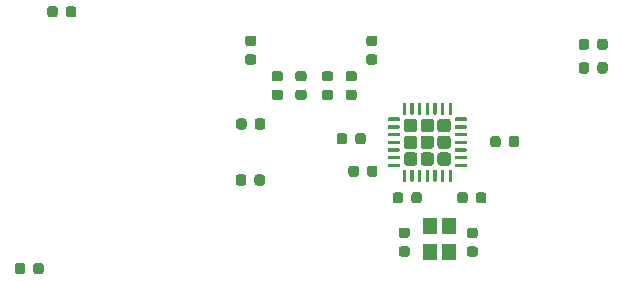
<source format=gbr>
%TF.GenerationSoftware,KiCad,Pcbnew,(5.1.6)-1*%
%TF.CreationDate,2020-09-26T17:15:15+05:30*%
%TF.ProjectId,ENC28J60_Dev_Board,454e4332-384a-4363-905f-4465765f426f,rev?*%
%TF.SameCoordinates,Original*%
%TF.FileFunction,Paste,Top*%
%TF.FilePolarity,Positive*%
%FSLAX46Y46*%
G04 Gerber Fmt 4.6, Leading zero omitted, Abs format (unit mm)*
G04 Created by KiCad (PCBNEW (5.1.6)-1) date 2020-09-26 17:15:15*
%MOMM*%
%LPD*%
G01*
G04 APERTURE LIST*
%ADD10R,1.200000X1.400000*%
G04 APERTURE END LIST*
%TO.C,C1*%
G36*
G01*
X122525000Y-99256250D02*
X122525000Y-98743750D01*
G75*
G02*
X122743750Y-98525000I218750J0D01*
G01*
X123181250Y-98525000D01*
G75*
G02*
X123400000Y-98743750I0J-218750D01*
G01*
X123400000Y-99256250D01*
G75*
G02*
X123181250Y-99475000I-218750J0D01*
G01*
X122743750Y-99475000D01*
G75*
G02*
X122525000Y-99256250I0J218750D01*
G01*
G37*
G36*
G01*
X124100000Y-99256250D02*
X124100000Y-98743750D01*
G75*
G02*
X124318750Y-98525000I218750J0D01*
G01*
X124756250Y-98525000D01*
G75*
G02*
X124975000Y-98743750I0J-218750D01*
G01*
X124975000Y-99256250D01*
G75*
G02*
X124756250Y-99475000I-218750J0D01*
G01*
X124318750Y-99475000D01*
G75*
G02*
X124100000Y-99256250I0J218750D01*
G01*
G37*
%TD*%
%TO.C,C2*%
G36*
G01*
X110812500Y-97756250D02*
X110812500Y-97243750D01*
G75*
G02*
X111031250Y-97025000I218750J0D01*
G01*
X111468750Y-97025000D01*
G75*
G02*
X111687500Y-97243750I0J-218750D01*
G01*
X111687500Y-97756250D01*
G75*
G02*
X111468750Y-97975000I-218750J0D01*
G01*
X111031250Y-97975000D01*
G75*
G02*
X110812500Y-97756250I0J218750D01*
G01*
G37*
G36*
G01*
X109237500Y-97756250D02*
X109237500Y-97243750D01*
G75*
G02*
X109456250Y-97025000I218750J0D01*
G01*
X109893750Y-97025000D01*
G75*
G02*
X110112500Y-97243750I0J-218750D01*
G01*
X110112500Y-97756250D01*
G75*
G02*
X109893750Y-97975000I-218750J0D01*
G01*
X109456250Y-97975000D01*
G75*
G02*
X109237500Y-97756250I0J218750D01*
G01*
G37*
%TD*%
%TO.C,C3*%
G36*
G01*
X130775000Y-94506250D02*
X130775000Y-93993750D01*
G75*
G02*
X130993750Y-93775000I218750J0D01*
G01*
X131431250Y-93775000D01*
G75*
G02*
X131650000Y-93993750I0J-218750D01*
G01*
X131650000Y-94506250D01*
G75*
G02*
X131431250Y-94725000I-218750J0D01*
G01*
X130993750Y-94725000D01*
G75*
G02*
X130775000Y-94506250I0J218750D01*
G01*
G37*
G36*
G01*
X132350000Y-94506250D02*
X132350000Y-93993750D01*
G75*
G02*
X132568750Y-93775000I218750J0D01*
G01*
X133006250Y-93775000D01*
G75*
G02*
X133225000Y-93993750I0J-218750D01*
G01*
X133225000Y-94506250D01*
G75*
G02*
X133006250Y-94725000I-218750J0D01*
G01*
X132568750Y-94725000D01*
G75*
G02*
X132350000Y-94506250I0J218750D01*
G01*
G37*
%TD*%
%TO.C,C4*%
G36*
G01*
X120493750Y-86850000D02*
X121006250Y-86850000D01*
G75*
G02*
X121225000Y-87068750I0J-218750D01*
G01*
X121225000Y-87506250D01*
G75*
G02*
X121006250Y-87725000I-218750J0D01*
G01*
X120493750Y-87725000D01*
G75*
G02*
X120275000Y-87506250I0J218750D01*
G01*
X120275000Y-87068750D01*
G75*
G02*
X120493750Y-86850000I218750J0D01*
G01*
G37*
G36*
G01*
X120493750Y-85275000D02*
X121006250Y-85275000D01*
G75*
G02*
X121225000Y-85493750I0J-218750D01*
G01*
X121225000Y-85931250D01*
G75*
G02*
X121006250Y-86150000I-218750J0D01*
G01*
X120493750Y-86150000D01*
G75*
G02*
X120275000Y-85931250I0J218750D01*
G01*
X120275000Y-85493750D01*
G75*
G02*
X120493750Y-85275000I218750J0D01*
G01*
G37*
%TD*%
%TO.C,C5*%
G36*
G01*
X110756250Y-87725000D02*
X110243750Y-87725000D01*
G75*
G02*
X110025000Y-87506250I0J218750D01*
G01*
X110025000Y-87068750D01*
G75*
G02*
X110243750Y-86850000I218750J0D01*
G01*
X110756250Y-86850000D01*
G75*
G02*
X110975000Y-87068750I0J-218750D01*
G01*
X110975000Y-87506250D01*
G75*
G02*
X110756250Y-87725000I-218750J0D01*
G01*
G37*
G36*
G01*
X110756250Y-86150000D02*
X110243750Y-86150000D01*
G75*
G02*
X110025000Y-85931250I0J218750D01*
G01*
X110025000Y-85493750D01*
G75*
G02*
X110243750Y-85275000I218750J0D01*
G01*
X110756250Y-85275000D01*
G75*
G02*
X110975000Y-85493750I0J-218750D01*
G01*
X110975000Y-85931250D01*
G75*
G02*
X110756250Y-86150000I-218750J0D01*
G01*
G37*
%TD*%
%TO.C,C6*%
G36*
G01*
X138275000Y-88256250D02*
X138275000Y-87743750D01*
G75*
G02*
X138493750Y-87525000I218750J0D01*
G01*
X138931250Y-87525000D01*
G75*
G02*
X139150000Y-87743750I0J-218750D01*
G01*
X139150000Y-88256250D01*
G75*
G02*
X138931250Y-88475000I-218750J0D01*
G01*
X138493750Y-88475000D01*
G75*
G02*
X138275000Y-88256250I0J218750D01*
G01*
G37*
G36*
G01*
X139850000Y-88256250D02*
X139850000Y-87743750D01*
G75*
G02*
X140068750Y-87525000I218750J0D01*
G01*
X140506250Y-87525000D01*
G75*
G02*
X140725000Y-87743750I0J-218750D01*
G01*
X140725000Y-88256250D01*
G75*
G02*
X140506250Y-88475000I-218750J0D01*
G01*
X140068750Y-88475000D01*
G75*
G02*
X139850000Y-88256250I0J218750D01*
G01*
G37*
%TD*%
%TO.C,C7*%
G36*
G01*
X139850000Y-86256250D02*
X139850000Y-85743750D01*
G75*
G02*
X140068750Y-85525000I218750J0D01*
G01*
X140506250Y-85525000D01*
G75*
G02*
X140725000Y-85743750I0J-218750D01*
G01*
X140725000Y-86256250D01*
G75*
G02*
X140506250Y-86475000I-218750J0D01*
G01*
X140068750Y-86475000D01*
G75*
G02*
X139850000Y-86256250I0J218750D01*
G01*
G37*
G36*
G01*
X138275000Y-86256250D02*
X138275000Y-85743750D01*
G75*
G02*
X138493750Y-85525000I218750J0D01*
G01*
X138931250Y-85525000D01*
G75*
G02*
X139150000Y-85743750I0J-218750D01*
G01*
X139150000Y-86256250D01*
G75*
G02*
X138931250Y-86475000I-218750J0D01*
G01*
X138493750Y-86475000D01*
G75*
G02*
X138275000Y-86256250I0J218750D01*
G01*
G37*
%TD*%
%TO.C,C8*%
G36*
G01*
X129506250Y-103990001D02*
X128993750Y-103990001D01*
G75*
G02*
X128775000Y-103771251I0J218750D01*
G01*
X128775000Y-103333751D01*
G75*
G02*
X128993750Y-103115001I218750J0D01*
G01*
X129506250Y-103115001D01*
G75*
G02*
X129725000Y-103333751I0J-218750D01*
G01*
X129725000Y-103771251D01*
G75*
G02*
X129506250Y-103990001I-218750J0D01*
G01*
G37*
G36*
G01*
X129506250Y-102415001D02*
X128993750Y-102415001D01*
G75*
G02*
X128775000Y-102196251I0J218750D01*
G01*
X128775000Y-101758751D01*
G75*
G02*
X128993750Y-101540001I218750J0D01*
G01*
X129506250Y-101540001D01*
G75*
G02*
X129725000Y-101758751I0J-218750D01*
G01*
X129725000Y-102196251D01*
G75*
G02*
X129506250Y-102415001I-218750J0D01*
G01*
G37*
%TD*%
%TO.C,C9*%
G36*
G01*
X123756250Y-102400000D02*
X123243750Y-102400000D01*
G75*
G02*
X123025000Y-102181250I0J218750D01*
G01*
X123025000Y-101743750D01*
G75*
G02*
X123243750Y-101525000I218750J0D01*
G01*
X123756250Y-101525000D01*
G75*
G02*
X123975000Y-101743750I0J-218750D01*
G01*
X123975000Y-102181250D01*
G75*
G02*
X123756250Y-102400000I-218750J0D01*
G01*
G37*
G36*
G01*
X123756250Y-103975000D02*
X123243750Y-103975000D01*
G75*
G02*
X123025000Y-103756250I0J218750D01*
G01*
X123025000Y-103318750D01*
G75*
G02*
X123243750Y-103100000I218750J0D01*
G01*
X123756250Y-103100000D01*
G75*
G02*
X123975000Y-103318750I0J-218750D01*
G01*
X123975000Y-103756250D01*
G75*
G02*
X123756250Y-103975000I-218750J0D01*
G01*
G37*
%TD*%
%TO.C,C10*%
G36*
G01*
X109275000Y-93006250D02*
X109275000Y-92493750D01*
G75*
G02*
X109493750Y-92275000I218750J0D01*
G01*
X109931250Y-92275000D01*
G75*
G02*
X110150000Y-92493750I0J-218750D01*
G01*
X110150000Y-93006250D01*
G75*
G02*
X109931250Y-93225000I-218750J0D01*
G01*
X109493750Y-93225000D01*
G75*
G02*
X109275000Y-93006250I0J218750D01*
G01*
G37*
G36*
G01*
X110850000Y-93006250D02*
X110850000Y-92493750D01*
G75*
G02*
X111068750Y-92275000I218750J0D01*
G01*
X111506250Y-92275000D01*
G75*
G02*
X111725000Y-92493750I0J-218750D01*
G01*
X111725000Y-93006250D01*
G75*
G02*
X111506250Y-93225000I-218750J0D01*
G01*
X111068750Y-93225000D01*
G75*
G02*
X110850000Y-93006250I0J218750D01*
G01*
G37*
%TD*%
%TO.C,C11*%
G36*
G01*
X129562500Y-99256250D02*
X129562500Y-98743750D01*
G75*
G02*
X129781250Y-98525000I218750J0D01*
G01*
X130218750Y-98525000D01*
G75*
G02*
X130437500Y-98743750I0J-218750D01*
G01*
X130437500Y-99256250D01*
G75*
G02*
X130218750Y-99475000I-218750J0D01*
G01*
X129781250Y-99475000D01*
G75*
G02*
X129562500Y-99256250I0J218750D01*
G01*
G37*
G36*
G01*
X127987500Y-99256250D02*
X127987500Y-98743750D01*
G75*
G02*
X128206250Y-98525000I218750J0D01*
G01*
X128643750Y-98525000D01*
G75*
G02*
X128862500Y-98743750I0J-218750D01*
G01*
X128862500Y-99256250D01*
G75*
G02*
X128643750Y-99475000I-218750J0D01*
G01*
X128206250Y-99475000D01*
G75*
G02*
X127987500Y-99256250I0J218750D01*
G01*
G37*
%TD*%
%TO.C,R1*%
G36*
G01*
X93275000Y-83506250D02*
X93275000Y-82993750D01*
G75*
G02*
X93493750Y-82775000I218750J0D01*
G01*
X93931250Y-82775000D01*
G75*
G02*
X94150000Y-82993750I0J-218750D01*
G01*
X94150000Y-83506250D01*
G75*
G02*
X93931250Y-83725000I-218750J0D01*
G01*
X93493750Y-83725000D01*
G75*
G02*
X93275000Y-83506250I0J218750D01*
G01*
G37*
G36*
G01*
X94850000Y-83506250D02*
X94850000Y-82993750D01*
G75*
G02*
X95068750Y-82775000I218750J0D01*
G01*
X95506250Y-82775000D01*
G75*
G02*
X95725000Y-82993750I0J-218750D01*
G01*
X95725000Y-83506250D01*
G75*
G02*
X95506250Y-83725000I-218750J0D01*
G01*
X95068750Y-83725000D01*
G75*
G02*
X94850000Y-83506250I0J218750D01*
G01*
G37*
%TD*%
%TO.C,R2*%
G36*
G01*
X90525000Y-105256250D02*
X90525000Y-104743750D01*
G75*
G02*
X90743750Y-104525000I218750J0D01*
G01*
X91181250Y-104525000D01*
G75*
G02*
X91400000Y-104743750I0J-218750D01*
G01*
X91400000Y-105256250D01*
G75*
G02*
X91181250Y-105475000I-218750J0D01*
G01*
X90743750Y-105475000D01*
G75*
G02*
X90525000Y-105256250I0J218750D01*
G01*
G37*
G36*
G01*
X92100000Y-105256250D02*
X92100000Y-104743750D01*
G75*
G02*
X92318750Y-104525000I218750J0D01*
G01*
X92756250Y-104525000D01*
G75*
G02*
X92975000Y-104743750I0J-218750D01*
G01*
X92975000Y-105256250D01*
G75*
G02*
X92756250Y-105475000I-218750J0D01*
G01*
X92318750Y-105475000D01*
G75*
G02*
X92100000Y-105256250I0J218750D01*
G01*
G37*
%TD*%
%TO.C,R3*%
G36*
G01*
X119350000Y-94256250D02*
X119350000Y-93743750D01*
G75*
G02*
X119568750Y-93525000I218750J0D01*
G01*
X120006250Y-93525000D01*
G75*
G02*
X120225000Y-93743750I0J-218750D01*
G01*
X120225000Y-94256250D01*
G75*
G02*
X120006250Y-94475000I-218750J0D01*
G01*
X119568750Y-94475000D01*
G75*
G02*
X119350000Y-94256250I0J218750D01*
G01*
G37*
G36*
G01*
X117775000Y-94256250D02*
X117775000Y-93743750D01*
G75*
G02*
X117993750Y-93525000I218750J0D01*
G01*
X118431250Y-93525000D01*
G75*
G02*
X118650000Y-93743750I0J-218750D01*
G01*
X118650000Y-94256250D01*
G75*
G02*
X118431250Y-94475000I-218750J0D01*
G01*
X117993750Y-94475000D01*
G75*
G02*
X117775000Y-94256250I0J218750D01*
G01*
G37*
%TD*%
%TO.C,R4*%
G36*
G01*
X117256250Y-89150000D02*
X116743750Y-89150000D01*
G75*
G02*
X116525000Y-88931250I0J218750D01*
G01*
X116525000Y-88493750D01*
G75*
G02*
X116743750Y-88275000I218750J0D01*
G01*
X117256250Y-88275000D01*
G75*
G02*
X117475000Y-88493750I0J-218750D01*
G01*
X117475000Y-88931250D01*
G75*
G02*
X117256250Y-89150000I-218750J0D01*
G01*
G37*
G36*
G01*
X117256250Y-90725000D02*
X116743750Y-90725000D01*
G75*
G02*
X116525000Y-90506250I0J218750D01*
G01*
X116525000Y-90068750D01*
G75*
G02*
X116743750Y-89850000I218750J0D01*
G01*
X117256250Y-89850000D01*
G75*
G02*
X117475000Y-90068750I0J-218750D01*
G01*
X117475000Y-90506250D01*
G75*
G02*
X117256250Y-90725000I-218750J0D01*
G01*
G37*
%TD*%
%TO.C,R5*%
G36*
G01*
X119256250Y-89150000D02*
X118743750Y-89150000D01*
G75*
G02*
X118525000Y-88931250I0J218750D01*
G01*
X118525000Y-88493750D01*
G75*
G02*
X118743750Y-88275000I218750J0D01*
G01*
X119256250Y-88275000D01*
G75*
G02*
X119475000Y-88493750I0J-218750D01*
G01*
X119475000Y-88931250D01*
G75*
G02*
X119256250Y-89150000I-218750J0D01*
G01*
G37*
G36*
G01*
X119256250Y-90725000D02*
X118743750Y-90725000D01*
G75*
G02*
X118525000Y-90506250I0J218750D01*
G01*
X118525000Y-90068750D01*
G75*
G02*
X118743750Y-89850000I218750J0D01*
G01*
X119256250Y-89850000D01*
G75*
G02*
X119475000Y-90068750I0J-218750D01*
G01*
X119475000Y-90506250D01*
G75*
G02*
X119256250Y-90725000I-218750J0D01*
G01*
G37*
%TD*%
%TO.C,R6*%
G36*
G01*
X113006250Y-90725000D02*
X112493750Y-90725000D01*
G75*
G02*
X112275000Y-90506250I0J218750D01*
G01*
X112275000Y-90068750D01*
G75*
G02*
X112493750Y-89850000I218750J0D01*
G01*
X113006250Y-89850000D01*
G75*
G02*
X113225000Y-90068750I0J-218750D01*
G01*
X113225000Y-90506250D01*
G75*
G02*
X113006250Y-90725000I-218750J0D01*
G01*
G37*
G36*
G01*
X113006250Y-89150000D02*
X112493750Y-89150000D01*
G75*
G02*
X112275000Y-88931250I0J218750D01*
G01*
X112275000Y-88493750D01*
G75*
G02*
X112493750Y-88275000I218750J0D01*
G01*
X113006250Y-88275000D01*
G75*
G02*
X113225000Y-88493750I0J-218750D01*
G01*
X113225000Y-88931250D01*
G75*
G02*
X113006250Y-89150000I-218750J0D01*
G01*
G37*
%TD*%
%TO.C,R7*%
G36*
G01*
X115006250Y-89150000D02*
X114493750Y-89150000D01*
G75*
G02*
X114275000Y-88931250I0J218750D01*
G01*
X114275000Y-88493750D01*
G75*
G02*
X114493750Y-88275000I218750J0D01*
G01*
X115006250Y-88275000D01*
G75*
G02*
X115225000Y-88493750I0J-218750D01*
G01*
X115225000Y-88931250D01*
G75*
G02*
X115006250Y-89150000I-218750J0D01*
G01*
G37*
G36*
G01*
X115006250Y-90725000D02*
X114493750Y-90725000D01*
G75*
G02*
X114275000Y-90506250I0J218750D01*
G01*
X114275000Y-90068750D01*
G75*
G02*
X114493750Y-89850000I218750J0D01*
G01*
X115006250Y-89850000D01*
G75*
G02*
X115225000Y-90068750I0J-218750D01*
G01*
X115225000Y-90506250D01*
G75*
G02*
X115006250Y-90725000I-218750J0D01*
G01*
G37*
%TD*%
%TO.C,R8*%
G36*
G01*
X118775000Y-97006250D02*
X118775000Y-96493750D01*
G75*
G02*
X118993750Y-96275000I218750J0D01*
G01*
X119431250Y-96275000D01*
G75*
G02*
X119650000Y-96493750I0J-218750D01*
G01*
X119650000Y-97006250D01*
G75*
G02*
X119431250Y-97225000I-218750J0D01*
G01*
X118993750Y-97225000D01*
G75*
G02*
X118775000Y-97006250I0J218750D01*
G01*
G37*
G36*
G01*
X120350000Y-97006250D02*
X120350000Y-96493750D01*
G75*
G02*
X120568750Y-96275000I218750J0D01*
G01*
X121006250Y-96275000D01*
G75*
G02*
X121225000Y-96493750I0J-218750D01*
G01*
X121225000Y-97006250D01*
G75*
G02*
X121006250Y-97225000I-218750J0D01*
G01*
X120568750Y-97225000D01*
G75*
G02*
X120350000Y-97006250I0J218750D01*
G01*
G37*
%TD*%
%TO.C,U1*%
G36*
G01*
X127325000Y-90950000D02*
X127475000Y-90950000D01*
G75*
G02*
X127550000Y-91025000I0J-75000D01*
G01*
X127550000Y-91900000D01*
G75*
G02*
X127475000Y-91975000I-75000J0D01*
G01*
X127325000Y-91975000D01*
G75*
G02*
X127250000Y-91900000I0J75000D01*
G01*
X127250000Y-91025000D01*
G75*
G02*
X127325000Y-90950000I75000J0D01*
G01*
G37*
G36*
G01*
X126675000Y-90950000D02*
X126825000Y-90950000D01*
G75*
G02*
X126900000Y-91025000I0J-75000D01*
G01*
X126900000Y-91900000D01*
G75*
G02*
X126825000Y-91975000I-75000J0D01*
G01*
X126675000Y-91975000D01*
G75*
G02*
X126600000Y-91900000I0J75000D01*
G01*
X126600000Y-91025000D01*
G75*
G02*
X126675000Y-90950000I75000J0D01*
G01*
G37*
G36*
G01*
X126025000Y-90950000D02*
X126175000Y-90950000D01*
G75*
G02*
X126250000Y-91025000I0J-75000D01*
G01*
X126250000Y-91900000D01*
G75*
G02*
X126175000Y-91975000I-75000J0D01*
G01*
X126025000Y-91975000D01*
G75*
G02*
X125950000Y-91900000I0J75000D01*
G01*
X125950000Y-91025000D01*
G75*
G02*
X126025000Y-90950000I75000J0D01*
G01*
G37*
G36*
G01*
X125375000Y-90950000D02*
X125525000Y-90950000D01*
G75*
G02*
X125600000Y-91025000I0J-75000D01*
G01*
X125600000Y-91900000D01*
G75*
G02*
X125525000Y-91975000I-75000J0D01*
G01*
X125375000Y-91975000D01*
G75*
G02*
X125300000Y-91900000I0J75000D01*
G01*
X125300000Y-91025000D01*
G75*
G02*
X125375000Y-90950000I75000J0D01*
G01*
G37*
G36*
G01*
X124725000Y-90950000D02*
X124875000Y-90950000D01*
G75*
G02*
X124950000Y-91025000I0J-75000D01*
G01*
X124950000Y-91900000D01*
G75*
G02*
X124875000Y-91975000I-75000J0D01*
G01*
X124725000Y-91975000D01*
G75*
G02*
X124650000Y-91900000I0J75000D01*
G01*
X124650000Y-91025000D01*
G75*
G02*
X124725000Y-90950000I75000J0D01*
G01*
G37*
G36*
G01*
X124075000Y-90950000D02*
X124225000Y-90950000D01*
G75*
G02*
X124300000Y-91025000I0J-75000D01*
G01*
X124300000Y-91900000D01*
G75*
G02*
X124225000Y-91975000I-75000J0D01*
G01*
X124075000Y-91975000D01*
G75*
G02*
X124000000Y-91900000I0J75000D01*
G01*
X124000000Y-91025000D01*
G75*
G02*
X124075000Y-90950000I75000J0D01*
G01*
G37*
G36*
G01*
X123425000Y-90950000D02*
X123575000Y-90950000D01*
G75*
G02*
X123650000Y-91025000I0J-75000D01*
G01*
X123650000Y-91900000D01*
G75*
G02*
X123575000Y-91975000I-75000J0D01*
G01*
X123425000Y-91975000D01*
G75*
G02*
X123350000Y-91900000I0J75000D01*
G01*
X123350000Y-91025000D01*
G75*
G02*
X123425000Y-90950000I75000J0D01*
G01*
G37*
G36*
G01*
X122175000Y-92200000D02*
X123050000Y-92200000D01*
G75*
G02*
X123125000Y-92275000I0J-75000D01*
G01*
X123125000Y-92425000D01*
G75*
G02*
X123050000Y-92500000I-75000J0D01*
G01*
X122175000Y-92500000D01*
G75*
G02*
X122100000Y-92425000I0J75000D01*
G01*
X122100000Y-92275000D01*
G75*
G02*
X122175000Y-92200000I75000J0D01*
G01*
G37*
G36*
G01*
X122175000Y-92850000D02*
X123050000Y-92850000D01*
G75*
G02*
X123125000Y-92925000I0J-75000D01*
G01*
X123125000Y-93075000D01*
G75*
G02*
X123050000Y-93150000I-75000J0D01*
G01*
X122175000Y-93150000D01*
G75*
G02*
X122100000Y-93075000I0J75000D01*
G01*
X122100000Y-92925000D01*
G75*
G02*
X122175000Y-92850000I75000J0D01*
G01*
G37*
G36*
G01*
X122175000Y-93500000D02*
X123050000Y-93500000D01*
G75*
G02*
X123125000Y-93575000I0J-75000D01*
G01*
X123125000Y-93725000D01*
G75*
G02*
X123050000Y-93800000I-75000J0D01*
G01*
X122175000Y-93800000D01*
G75*
G02*
X122100000Y-93725000I0J75000D01*
G01*
X122100000Y-93575000D01*
G75*
G02*
X122175000Y-93500000I75000J0D01*
G01*
G37*
G36*
G01*
X122175000Y-94150000D02*
X123050000Y-94150000D01*
G75*
G02*
X123125000Y-94225000I0J-75000D01*
G01*
X123125000Y-94375000D01*
G75*
G02*
X123050000Y-94450000I-75000J0D01*
G01*
X122175000Y-94450000D01*
G75*
G02*
X122100000Y-94375000I0J75000D01*
G01*
X122100000Y-94225000D01*
G75*
G02*
X122175000Y-94150000I75000J0D01*
G01*
G37*
G36*
G01*
X122175000Y-94800000D02*
X123050000Y-94800000D01*
G75*
G02*
X123125000Y-94875000I0J-75000D01*
G01*
X123125000Y-95025000D01*
G75*
G02*
X123050000Y-95100000I-75000J0D01*
G01*
X122175000Y-95100000D01*
G75*
G02*
X122100000Y-95025000I0J75000D01*
G01*
X122100000Y-94875000D01*
G75*
G02*
X122175000Y-94800000I75000J0D01*
G01*
G37*
G36*
G01*
X122175000Y-95450000D02*
X123050000Y-95450000D01*
G75*
G02*
X123125000Y-95525000I0J-75000D01*
G01*
X123125000Y-95675000D01*
G75*
G02*
X123050000Y-95750000I-75000J0D01*
G01*
X122175000Y-95750000D01*
G75*
G02*
X122100000Y-95675000I0J75000D01*
G01*
X122100000Y-95525000D01*
G75*
G02*
X122175000Y-95450000I75000J0D01*
G01*
G37*
G36*
G01*
X122175000Y-96100000D02*
X123050000Y-96100000D01*
G75*
G02*
X123125000Y-96175000I0J-75000D01*
G01*
X123125000Y-96325000D01*
G75*
G02*
X123050000Y-96400000I-75000J0D01*
G01*
X122175000Y-96400000D01*
G75*
G02*
X122100000Y-96325000I0J75000D01*
G01*
X122100000Y-96175000D01*
G75*
G02*
X122175000Y-96100000I75000J0D01*
G01*
G37*
G36*
G01*
X123425000Y-96625000D02*
X123575000Y-96625000D01*
G75*
G02*
X123650000Y-96700000I0J-75000D01*
G01*
X123650000Y-97575000D01*
G75*
G02*
X123575000Y-97650000I-75000J0D01*
G01*
X123425000Y-97650000D01*
G75*
G02*
X123350000Y-97575000I0J75000D01*
G01*
X123350000Y-96700000D01*
G75*
G02*
X123425000Y-96625000I75000J0D01*
G01*
G37*
G36*
G01*
X124075000Y-96625000D02*
X124225000Y-96625000D01*
G75*
G02*
X124300000Y-96700000I0J-75000D01*
G01*
X124300000Y-97575000D01*
G75*
G02*
X124225000Y-97650000I-75000J0D01*
G01*
X124075000Y-97650000D01*
G75*
G02*
X124000000Y-97575000I0J75000D01*
G01*
X124000000Y-96700000D01*
G75*
G02*
X124075000Y-96625000I75000J0D01*
G01*
G37*
G36*
G01*
X124725000Y-96625000D02*
X124875000Y-96625000D01*
G75*
G02*
X124950000Y-96700000I0J-75000D01*
G01*
X124950000Y-97575000D01*
G75*
G02*
X124875000Y-97650000I-75000J0D01*
G01*
X124725000Y-97650000D01*
G75*
G02*
X124650000Y-97575000I0J75000D01*
G01*
X124650000Y-96700000D01*
G75*
G02*
X124725000Y-96625000I75000J0D01*
G01*
G37*
G36*
G01*
X125375000Y-96625000D02*
X125525000Y-96625000D01*
G75*
G02*
X125600000Y-96700000I0J-75000D01*
G01*
X125600000Y-97575000D01*
G75*
G02*
X125525000Y-97650000I-75000J0D01*
G01*
X125375000Y-97650000D01*
G75*
G02*
X125300000Y-97575000I0J75000D01*
G01*
X125300000Y-96700000D01*
G75*
G02*
X125375000Y-96625000I75000J0D01*
G01*
G37*
G36*
G01*
X126025000Y-96625000D02*
X126175000Y-96625000D01*
G75*
G02*
X126250000Y-96700000I0J-75000D01*
G01*
X126250000Y-97575000D01*
G75*
G02*
X126175000Y-97650000I-75000J0D01*
G01*
X126025000Y-97650000D01*
G75*
G02*
X125950000Y-97575000I0J75000D01*
G01*
X125950000Y-96700000D01*
G75*
G02*
X126025000Y-96625000I75000J0D01*
G01*
G37*
G36*
G01*
X126675000Y-96625000D02*
X126825000Y-96625000D01*
G75*
G02*
X126900000Y-96700000I0J-75000D01*
G01*
X126900000Y-97575000D01*
G75*
G02*
X126825000Y-97650000I-75000J0D01*
G01*
X126675000Y-97650000D01*
G75*
G02*
X126600000Y-97575000I0J75000D01*
G01*
X126600000Y-96700000D01*
G75*
G02*
X126675000Y-96625000I75000J0D01*
G01*
G37*
G36*
G01*
X127325000Y-96625000D02*
X127475000Y-96625000D01*
G75*
G02*
X127550000Y-96700000I0J-75000D01*
G01*
X127550000Y-97575000D01*
G75*
G02*
X127475000Y-97650000I-75000J0D01*
G01*
X127325000Y-97650000D01*
G75*
G02*
X127250000Y-97575000I0J75000D01*
G01*
X127250000Y-96700000D01*
G75*
G02*
X127325000Y-96625000I75000J0D01*
G01*
G37*
G36*
G01*
X127850000Y-96100000D02*
X128725000Y-96100000D01*
G75*
G02*
X128800000Y-96175000I0J-75000D01*
G01*
X128800000Y-96325000D01*
G75*
G02*
X128725000Y-96400000I-75000J0D01*
G01*
X127850000Y-96400000D01*
G75*
G02*
X127775000Y-96325000I0J75000D01*
G01*
X127775000Y-96175000D01*
G75*
G02*
X127850000Y-96100000I75000J0D01*
G01*
G37*
G36*
G01*
X127850000Y-95450000D02*
X128725000Y-95450000D01*
G75*
G02*
X128800000Y-95525000I0J-75000D01*
G01*
X128800000Y-95675000D01*
G75*
G02*
X128725000Y-95750000I-75000J0D01*
G01*
X127850000Y-95750000D01*
G75*
G02*
X127775000Y-95675000I0J75000D01*
G01*
X127775000Y-95525000D01*
G75*
G02*
X127850000Y-95450000I75000J0D01*
G01*
G37*
G36*
G01*
X127850000Y-94800000D02*
X128725000Y-94800000D01*
G75*
G02*
X128800000Y-94875000I0J-75000D01*
G01*
X128800000Y-95025000D01*
G75*
G02*
X128725000Y-95100000I-75000J0D01*
G01*
X127850000Y-95100000D01*
G75*
G02*
X127775000Y-95025000I0J75000D01*
G01*
X127775000Y-94875000D01*
G75*
G02*
X127850000Y-94800000I75000J0D01*
G01*
G37*
G36*
G01*
X127850000Y-94150000D02*
X128725000Y-94150000D01*
G75*
G02*
X128800000Y-94225000I0J-75000D01*
G01*
X128800000Y-94375000D01*
G75*
G02*
X128725000Y-94450000I-75000J0D01*
G01*
X127850000Y-94450000D01*
G75*
G02*
X127775000Y-94375000I0J75000D01*
G01*
X127775000Y-94225000D01*
G75*
G02*
X127850000Y-94150000I75000J0D01*
G01*
G37*
G36*
G01*
X127850000Y-93500000D02*
X128725000Y-93500000D01*
G75*
G02*
X128800000Y-93575000I0J-75000D01*
G01*
X128800000Y-93725000D01*
G75*
G02*
X128725000Y-93800000I-75000J0D01*
G01*
X127850000Y-93800000D01*
G75*
G02*
X127775000Y-93725000I0J75000D01*
G01*
X127775000Y-93575000D01*
G75*
G02*
X127850000Y-93500000I75000J0D01*
G01*
G37*
G36*
G01*
X127850000Y-92850000D02*
X128725000Y-92850000D01*
G75*
G02*
X128800000Y-92925000I0J-75000D01*
G01*
X128800000Y-93075000D01*
G75*
G02*
X128725000Y-93150000I-75000J0D01*
G01*
X127850000Y-93150000D01*
G75*
G02*
X127775000Y-93075000I0J75000D01*
G01*
X127775000Y-92925000D01*
G75*
G02*
X127850000Y-92850000I75000J0D01*
G01*
G37*
G36*
G01*
X127850000Y-92200000D02*
X128725000Y-92200000D01*
G75*
G02*
X128800000Y-92275000I0J-75000D01*
G01*
X128800000Y-92425000D01*
G75*
G02*
X128725000Y-92500000I-75000J0D01*
G01*
X127850000Y-92500000D01*
G75*
G02*
X127775000Y-92425000I0J75000D01*
G01*
X127775000Y-92275000D01*
G75*
G02*
X127850000Y-92200000I75000J0D01*
G01*
G37*
G36*
G01*
X126549999Y-92310000D02*
X127190001Y-92310000D01*
G75*
G02*
X127440000Y-92559999I0J-249999D01*
G01*
X127440000Y-93200001D01*
G75*
G02*
X127190001Y-93450000I-249999J0D01*
G01*
X126549999Y-93450000D01*
G75*
G02*
X126300000Y-93200001I0J249999D01*
G01*
X126300000Y-92559999D01*
G75*
G02*
X126549999Y-92310000I249999J0D01*
G01*
G37*
G36*
G01*
X125129999Y-92310000D02*
X125770001Y-92310000D01*
G75*
G02*
X126020000Y-92559999I0J-249999D01*
G01*
X126020000Y-93200001D01*
G75*
G02*
X125770001Y-93450000I-249999J0D01*
G01*
X125129999Y-93450000D01*
G75*
G02*
X124880000Y-93200001I0J249999D01*
G01*
X124880000Y-92559999D01*
G75*
G02*
X125129999Y-92310000I249999J0D01*
G01*
G37*
G36*
G01*
X123709999Y-92310000D02*
X124350001Y-92310000D01*
G75*
G02*
X124600000Y-92559999I0J-249999D01*
G01*
X124600000Y-93200001D01*
G75*
G02*
X124350001Y-93450000I-249999J0D01*
G01*
X123709999Y-93450000D01*
G75*
G02*
X123460000Y-93200001I0J249999D01*
G01*
X123460000Y-92559999D01*
G75*
G02*
X123709999Y-92310000I249999J0D01*
G01*
G37*
G36*
G01*
X126549999Y-93730000D02*
X127190001Y-93730000D01*
G75*
G02*
X127440000Y-93979999I0J-249999D01*
G01*
X127440000Y-94620001D01*
G75*
G02*
X127190001Y-94870000I-249999J0D01*
G01*
X126549999Y-94870000D01*
G75*
G02*
X126300000Y-94620001I0J249999D01*
G01*
X126300000Y-93979999D01*
G75*
G02*
X126549999Y-93730000I249999J0D01*
G01*
G37*
G36*
G01*
X125129999Y-93730000D02*
X125770001Y-93730000D01*
G75*
G02*
X126020000Y-93979999I0J-249999D01*
G01*
X126020000Y-94620001D01*
G75*
G02*
X125770001Y-94870000I-249999J0D01*
G01*
X125129999Y-94870000D01*
G75*
G02*
X124880000Y-94620001I0J249999D01*
G01*
X124880000Y-93979999D01*
G75*
G02*
X125129999Y-93730000I249999J0D01*
G01*
G37*
G36*
G01*
X123709999Y-93730000D02*
X124350001Y-93730000D01*
G75*
G02*
X124600000Y-93979999I0J-249999D01*
G01*
X124600000Y-94620001D01*
G75*
G02*
X124350001Y-94870000I-249999J0D01*
G01*
X123709999Y-94870000D01*
G75*
G02*
X123460000Y-94620001I0J249999D01*
G01*
X123460000Y-93979999D01*
G75*
G02*
X123709999Y-93730000I249999J0D01*
G01*
G37*
G36*
G01*
X126549999Y-95150000D02*
X127190001Y-95150000D01*
G75*
G02*
X127440000Y-95399999I0J-249999D01*
G01*
X127440000Y-96040001D01*
G75*
G02*
X127190001Y-96290000I-249999J0D01*
G01*
X126549999Y-96290000D01*
G75*
G02*
X126300000Y-96040001I0J249999D01*
G01*
X126300000Y-95399999D01*
G75*
G02*
X126549999Y-95150000I249999J0D01*
G01*
G37*
G36*
G01*
X125129999Y-95150000D02*
X125770001Y-95150000D01*
G75*
G02*
X126020000Y-95399999I0J-249999D01*
G01*
X126020000Y-96040001D01*
G75*
G02*
X125770001Y-96290000I-249999J0D01*
G01*
X125129999Y-96290000D01*
G75*
G02*
X124880000Y-96040001I0J249999D01*
G01*
X124880000Y-95399999D01*
G75*
G02*
X125129999Y-95150000I249999J0D01*
G01*
G37*
G36*
G01*
X123709999Y-95150000D02*
X124350001Y-95150000D01*
G75*
G02*
X124600000Y-95399999I0J-249999D01*
G01*
X124600000Y-96040001D01*
G75*
G02*
X124350001Y-96290000I-249999J0D01*
G01*
X123709999Y-96290000D01*
G75*
G02*
X123460000Y-96040001I0J249999D01*
G01*
X123460000Y-95399999D01*
G75*
G02*
X123709999Y-95150000I249999J0D01*
G01*
G37*
%TD*%
D10*
%TO.C,Y1*%
X127250000Y-103550000D03*
X127250000Y-101350000D03*
X125650000Y-101350000D03*
X125650000Y-103550000D03*
%TD*%
M02*

</source>
